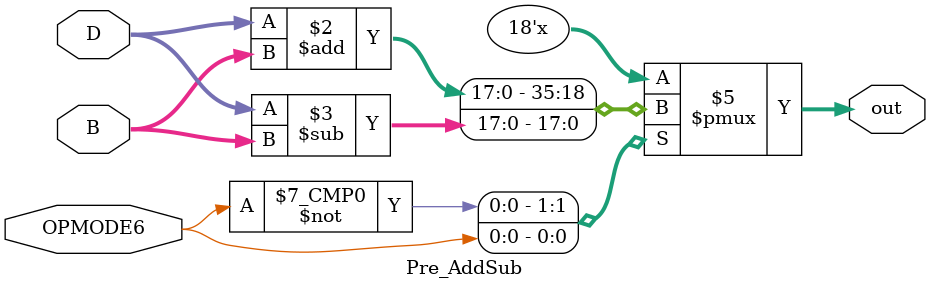
<source format=v>
module Pre_AddSub(
    input [17:0] D,B,
	input [0:0] OPMODE6,
    output reg [17:0] out

);

always @(*)
begin
case(OPMODE6)
	1'b0: out=D+B;
	1'b1: out=D-B;
	default: out=D+B; //????????/?
endcase
end


endmodule

</source>
